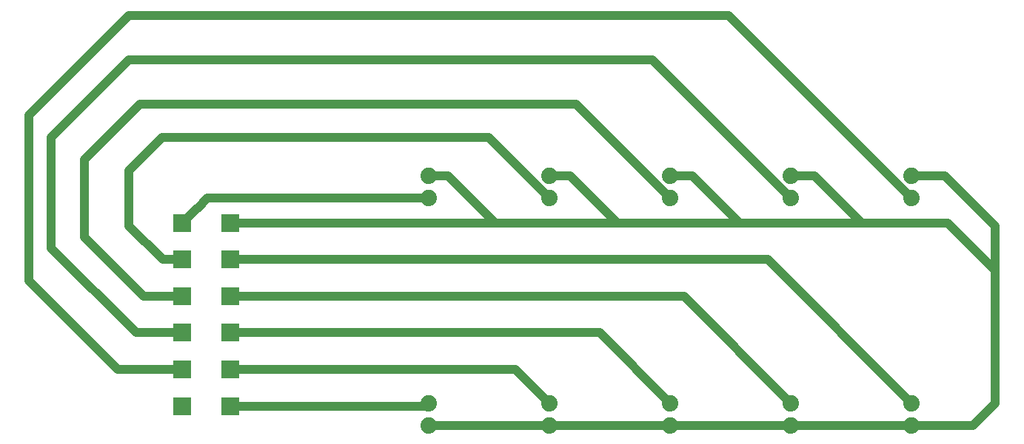
<source format=gbr>
G04 EAGLE Gerber X2 export*
%TF.Part,Single*%
%TF.FileFunction,Copper,L1,Top,Mixed*%
%TF.FilePolarity,Positive*%
%TF.GenerationSoftware,Autodesk,EAGLE,9.0.0*%
%TF.CreationDate,2018-05-03T13:10:54Z*%
G75*
%MOMM*%
%FSLAX34Y34*%
%LPD*%
%AMOC8*
5,1,8,0,0,1.08239X$1,22.5*%
G01*
%ADD10C,1.879600*%
%ADD11R,2.100000X2.100000*%
%ADD12C,1.016000*%


D10*
X495300Y908050D03*
X495300Y882650D03*
X909638Y908050D03*
X909638Y882650D03*
X495300Y622300D03*
X495300Y647700D03*
X909638Y622300D03*
X909638Y647700D03*
X1047750Y622300D03*
X1047750Y647700D03*
X633413Y908050D03*
X633413Y882650D03*
X1047750Y908050D03*
X1047750Y882650D03*
X633413Y622300D03*
X633413Y647700D03*
X771525Y622300D03*
X771525Y647700D03*
X771525Y908050D03*
X771525Y882650D03*
D11*
X268800Y854300D03*
X268800Y812300D03*
X268800Y770300D03*
X268800Y728300D03*
X268800Y686300D03*
X268800Y644300D03*
X213800Y644300D03*
X213800Y770300D03*
X213800Y728300D03*
X213800Y686300D03*
X213800Y812300D03*
X213800Y854300D03*
D12*
X1117600Y622300D02*
X1143000Y647700D01*
X1143000Y800100D01*
X1088800Y854300D01*
X571500Y854300D02*
X268800Y854300D01*
X571500Y854300D02*
X711200Y854300D01*
X850900Y854300D01*
X990600Y854300D01*
X1088800Y854300D01*
X1085850Y908050D02*
X1047750Y908050D01*
X1085850Y908050D02*
X1143000Y850900D01*
X1143000Y800100D01*
X936850Y908050D02*
X909638Y908050D01*
X936850Y908050D02*
X990600Y854300D01*
X797150Y908050D02*
X771525Y908050D01*
X797150Y908050D02*
X850900Y854300D01*
X657450Y908050D02*
X633413Y908050D01*
X657450Y908050D02*
X711200Y854300D01*
X517750Y908050D02*
X495300Y908050D01*
X517750Y908050D02*
X571500Y854300D01*
X633413Y622300D02*
X495300Y622300D01*
X633413Y622300D02*
X771525Y622300D01*
X909638Y622300D01*
X1047750Y622300D01*
X1117600Y622300D01*
X1047750Y882650D02*
X838200Y1092200D01*
X152400Y1092200D01*
X38100Y977900D01*
X38100Y787900D01*
X139700Y686300D01*
X213800Y686300D01*
X160700Y728300D02*
X63500Y825500D01*
X160700Y728300D02*
X213800Y728300D01*
X63500Y825500D02*
X63500Y952500D01*
X152400Y1041400D01*
X750888Y1041400D01*
X909638Y882650D01*
X213800Y770300D02*
X169500Y770300D01*
X101600Y838200D01*
X101600Y927100D01*
X165100Y990600D01*
X663575Y990600D01*
X771525Y882650D01*
X633413Y882650D02*
X563563Y952500D01*
X190500Y952500D02*
X152400Y914400D01*
X152400Y850900D01*
X191000Y812300D01*
X213800Y812300D01*
X190500Y952500D02*
X563563Y952500D01*
X495300Y882650D02*
X242516Y882650D01*
X230926Y871060D01*
X230560Y871060D01*
X213800Y854300D01*
X268800Y644300D02*
X491900Y644300D01*
X495300Y647700D01*
X594813Y686300D02*
X633413Y647700D01*
X594813Y686300D02*
X268800Y686300D01*
X690925Y728300D02*
X771525Y647700D01*
X690925Y728300D02*
X268800Y728300D01*
X787038Y770300D02*
X909638Y647700D01*
X787038Y770300D02*
X268800Y770300D01*
X268800Y812300D02*
X883150Y812300D01*
X1047750Y647700D01*
M02*

</source>
